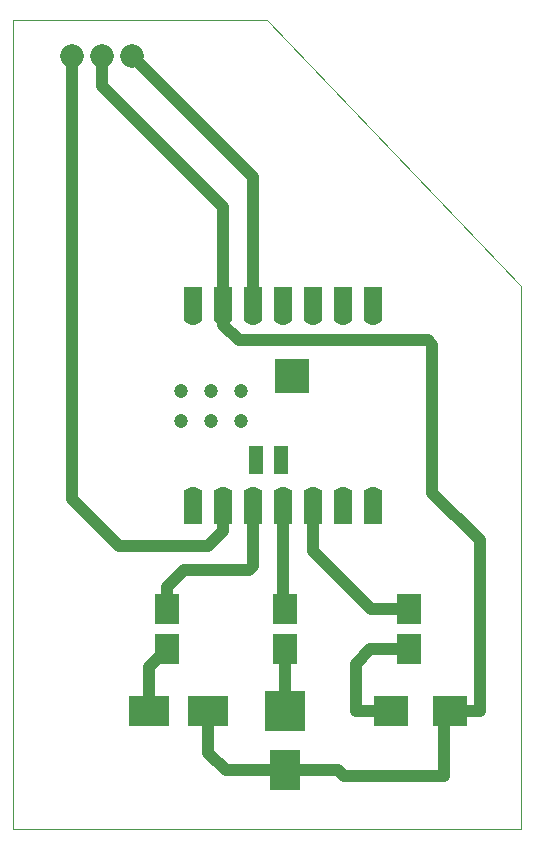
<source format=gbr>
%TF.GenerationSoftware,KiCad,Pcbnew,9.0.7*%
%TF.CreationDate,2026-03-17T19:35:00-05:00*%
%TF.ProjectId,practica,70726163-7469-4636-912e-6b696361645f,rev?*%
%TF.SameCoordinates,Original*%
%TF.FileFunction,Copper,L1,Top*%
%TF.FilePolarity,Positive*%
%FSLAX46Y46*%
G04 Gerber Fmt 4.6, Leading zero omitted, Abs format (unit mm)*
G04 Created by KiCad (PCBNEW 9.0.7) date 2026-03-17 19:35:00*
%MOMM*%
%LPD*%
G01*
G04 APERTURE LIST*
G04 Aperture macros list*
%AMFreePoly0*
4,1,33,0.290285,0.956940,0.471397,0.881921,0.634393,0.773010,0.773010,0.634393,0.881921,0.471397,0.956940,0.290285,0.995185,0.098017,0.995185,-0.098017,0.956940,-0.290285,0.881921,-0.471397,0.773010,-0.634393,0.634393,-0.773010,0.471397,-0.881921,0.290285,-0.956940,0.098017,-0.995185,-0.098017,-0.995185,-0.290285,-0.956940,-0.471397,-0.881921,-0.634393,-0.773010,-0.773010,-0.634393,
-0.881921,-0.471397,-0.956940,-0.290285,-0.995185,-0.098017,-0.995185,0.098017,-0.956940,0.290285,-0.881921,0.471397,-0.773010,0.634393,-0.634393,0.773010,-0.471397,0.881921,-0.290285,0.956940,-0.098017,0.995185,0.098017,0.995185,0.290285,0.956940,0.290285,0.956940,$1*%
G04 Aperture macros list end*
%TA.AperFunction,ComponentPad*%
%ADD10C,1.600000*%
%TD*%
%TA.AperFunction,SMDPad,CuDef*%
%ADD11R,1.600000X3.000000*%
%TD*%
%TA.AperFunction,SMDPad,CuDef*%
%ADD12R,1.200000X2.400000*%
%TD*%
%TA.AperFunction,SMDPad,CuDef*%
%ADD13C,1.200000*%
%TD*%
%TA.AperFunction,SMDPad,CuDef*%
%ADD14R,3.000000X3.000000*%
%TD*%
%TA.AperFunction,SMDPad,CuDef*%
%ADD15R,2.000000X2.600000*%
%TD*%
%TA.AperFunction,SMDPad,CuDef*%
%ADD16FreePoly0,90.000000*%
%TD*%
%TA.AperFunction,SMDPad,CuDef*%
%ADD17R,3.500000X3.500000*%
%TD*%
%TA.AperFunction,SMDPad,CuDef*%
%ADD18R,2.600000X3.500000*%
%TD*%
%TA.AperFunction,SMDPad,CuDef*%
%ADD19R,3.000000X2.600000*%
%TD*%
%TA.AperFunction,SMDPad,CuDef*%
%ADD20R,3.500000X2.600000*%
%TD*%
%TA.AperFunction,Conductor*%
%ADD21C,1.000000*%
%TD*%
%TA.AperFunction,Profile*%
%ADD22C,0.050000*%
%TD*%
G04 APERTURE END LIST*
D10*
%TO.P,M1,1,D0*%
%TO.N,unconnected-(M1-D0-Pad1)*%
X128260000Y-101235000D03*
D11*
%TO.N,unconnected-(M1-D0-Pad1)_1*%
X128260000Y-102235000D03*
D10*
%TO.P,M1,2,D1*%
%TO.N,Net-(M1-D1)*%
X130800000Y-101235000D03*
D11*
X130800000Y-102235000D03*
D10*
%TO.P,M1,3,D2*%
%TO.N,Net-(D1-A)*%
X133340000Y-101235000D03*
D11*
X133340000Y-102235000D03*
D10*
%TO.P,M1,4,D3*%
%TO.N,Net-(D2-A)*%
X135880000Y-101235000D03*
D11*
X135880000Y-102235000D03*
D10*
%TO.P,M1,5,D4*%
%TO.N,Net-(D3-A)*%
X138420000Y-101235000D03*
D11*
X138420000Y-102235000D03*
D10*
%TO.P,M1,6,D5*%
%TO.N,unconnected-(M1-D5-Pad6)*%
X140960000Y-101235000D03*
D11*
%TO.N,unconnected-(M1-D5-Pad6)_1*%
X140960000Y-102235000D03*
D10*
%TO.P,M1,7,D6*%
%TO.N,unconnected-(M1-D6-Pad7)_1*%
X143500000Y-101235000D03*
D11*
%TO.N,unconnected-(M1-D6-Pad7)*%
X143500000Y-102235000D03*
D10*
%TO.P,M1,8,D7*%
%TO.N,unconnected-(M1-D7-Pad8)*%
X143500000Y-86000000D03*
D11*
%TO.N,unconnected-(M1-D7-Pad8)_1*%
X143500000Y-85000000D03*
D10*
%TO.P,M1,9,D8*%
%TO.N,unconnected-(M1-D8-Pad9)_1*%
X140960000Y-86000000D03*
D11*
%TO.N,unconnected-(M1-D8-Pad9)*%
X140960000Y-85000000D03*
D10*
%TO.P,M1,10,D9*%
%TO.N,unconnected-(M1-D9-Pad10)*%
X138420000Y-86000000D03*
D11*
%TO.N,unconnected-(M1-D9-Pad10)_1*%
X138420000Y-85000000D03*
D10*
%TO.P,M1,11,D10*%
%TO.N,unconnected-(M1-D10-Pad11)*%
X135880000Y-86000000D03*
D11*
%TO.N,unconnected-(M1-D10-Pad11)_1*%
X135880000Y-85000000D03*
D10*
%TO.P,M1,12,3V3*%
%TO.N,Net-(M1-3V3)*%
X133340000Y-86000000D03*
D11*
X133340000Y-85000000D03*
D10*
%TO.P,M1,13,GND*%
%TO.N,Net-(J1-Pad2)*%
X130800000Y-86000000D03*
D11*
X130800000Y-85000000D03*
D10*
%TO.P,M1,14,5V*%
%TO.N,unconnected-(M1-5V-Pad14)_1*%
X128260000Y-86000000D03*
D11*
%TO.N,unconnected-(M1-5V-Pad14)*%
X128260000Y-85000000D03*
D12*
%TO.P,M1,15,BAT_GND*%
%TO.N,unconnected-(M1-BAT_GND-Pad15)*%
X133580000Y-98220000D03*
%TO.P,M1,16,BAT_VIN*%
%TO.N,unconnected-(M1-BAT_VIN-Pad16)*%
X135680000Y-98220000D03*
D13*
%TO.P,M1,17,MTDI*%
%TO.N,unconnected-(M1-MTDI-Pad17)*%
X127200000Y-94890000D03*
%TO.P,M1,18,EN*%
%TO.N,unconnected-(M1-EN-Pad18)*%
X129740000Y-94890000D03*
%TO.P,M1,19,MTMS*%
%TO.N,unconnected-(M1-MTMS-Pad19)*%
X132280000Y-94890000D03*
%TO.P,M1,20,MTCK*%
%TO.N,unconnected-(M1-MTCK-Pad20)*%
X132280000Y-92350000D03*
%TO.P,M1,21,GND*%
%TO.N,unconnected-(M1-GND-Pad21)*%
X129740000Y-92350000D03*
%TO.P,M1,22,MTDO*%
%TO.N,unconnected-(M1-MTDO-Pad22)*%
X127200000Y-92350000D03*
D14*
%TO.P,M1,23,THERMAL*%
%TO.N,unconnected-(M1-THERMAL-Pad23)*%
X136630000Y-91120000D03*
%TD*%
D15*
%TO.P,D2,1,K*%
%TO.N,Net-(D2-K)*%
X136000000Y-114240000D03*
%TO.P,D2,2,A*%
%TO.N,Net-(D2-A)*%
X136000000Y-110840000D03*
%TD*%
%TO.P,D3,1,K*%
%TO.N,Net-(D3-K)*%
X146500000Y-114240000D03*
%TO.P,D3,2,A*%
%TO.N,Net-(D3-A)*%
X146500000Y-110840000D03*
%TD*%
D16*
%TO.P,J1,1*%
%TO.N,Net-(M1-D1)*%
X118000000Y-64000000D03*
%TO.P,J1,2*%
%TO.N,Net-(J1-Pad2)*%
X120540000Y-64000000D03*
%TO.P,J1,3*%
%TO.N,Net-(M1-3V3)*%
X123080000Y-64000000D03*
%TD*%
D15*
%TO.P,D1,1,K*%
%TO.N,Net-(D1-K)*%
X126000000Y-114240000D03*
%TO.P,D1,2,A*%
%TO.N,Net-(D1-A)*%
X126000000Y-110840000D03*
%TD*%
D17*
%TO.P,R2,1*%
%TO.N,Net-(D2-K)*%
X136000000Y-119500000D03*
D18*
%TO.P,R2,2*%
%TO.N,Net-(J1-Pad2)*%
X136000000Y-124500000D03*
%TD*%
D19*
%TO.P,R3,1*%
%TO.N,Net-(D3-K)*%
X145000000Y-119500000D03*
%TO.P,R3,2*%
%TO.N,Net-(J1-Pad2)*%
X150000000Y-119500000D03*
%TD*%
D20*
%TO.P,R1,1*%
%TO.N,Net-(D1-K)*%
X124500000Y-119500000D03*
%TO.P,R1,2*%
%TO.N,Net-(J1-Pad2)*%
X129500000Y-119500000D03*
%TD*%
D21*
%TO.N,Net-(D1-K)*%
X124500000Y-115740000D02*
X126000000Y-114240000D01*
X124500000Y-119500000D02*
X124500000Y-115740000D01*
%TO.N,Net-(D1-A)*%
X127500000Y-107500000D02*
X126000000Y-109000000D01*
X133340000Y-107160000D02*
X133000000Y-107500000D01*
X133340000Y-101235000D02*
X133340000Y-107160000D01*
X126000000Y-109000000D02*
X126000000Y-110840000D01*
X133000000Y-107500000D02*
X127500000Y-107500000D01*
%TO.N,Net-(D2-K)*%
X136000000Y-118000000D02*
X136500000Y-118500000D01*
X136000000Y-114240000D02*
X136000000Y-118000000D01*
%TO.N,Net-(D2-A)*%
X135880000Y-110720000D02*
X136000000Y-110840000D01*
X135880000Y-101235000D02*
X135880000Y-110720000D01*
%TO.N,Net-(D3-A)*%
X143340000Y-110840000D02*
X146500000Y-110840000D01*
X138420000Y-101235000D02*
X138420000Y-105920000D01*
X138420000Y-105920000D02*
X143340000Y-110840000D01*
%TO.N,Net-(D3-K)*%
X143260000Y-114240000D02*
X142000000Y-115500000D01*
X142000000Y-119500000D02*
X144500000Y-119500000D01*
X142000000Y-115500000D02*
X142000000Y-119500000D01*
X146500000Y-114240000D02*
X143260000Y-114240000D01*
%TO.N,Net-(M1-3V3)*%
X133340000Y-86000000D02*
X133340000Y-74260000D01*
X133340000Y-74260000D02*
X123080000Y-64000000D01*
%TO.N,Net-(M1-D1)*%
X122000000Y-105500000D02*
X129500000Y-105500000D01*
X129500000Y-105500000D02*
X130800000Y-104200000D01*
X130800000Y-104200000D02*
X130800000Y-101235000D01*
X118000000Y-64000000D02*
X118000000Y-101500000D01*
X118000000Y-101500000D02*
X122000000Y-105500000D01*
%TO.N,Net-(J1-Pad2)*%
X149500000Y-119500000D02*
X152500000Y-119500000D01*
X140500000Y-124500000D02*
X141000000Y-125000000D01*
X148500000Y-101000000D02*
X148500000Y-88500000D01*
X129500000Y-123000000D02*
X131000000Y-124500000D01*
X149500000Y-125000000D02*
X149500000Y-119500000D01*
X152500000Y-119500000D02*
X152500000Y-105000000D01*
X131000000Y-124500000D02*
X140500000Y-124500000D01*
X129500000Y-119500000D02*
X129500000Y-123000000D01*
X132101000Y-88101000D02*
X130800000Y-86800000D01*
X152500000Y-105000000D02*
X148500000Y-101000000D01*
X130800000Y-86800000D02*
X130800000Y-86000000D01*
X148101000Y-88101000D02*
X132101000Y-88101000D01*
X120540000Y-64000000D02*
X120540000Y-66540000D01*
X148500000Y-88500000D02*
X148101000Y-88101000D01*
X130800000Y-76800000D02*
X130800000Y-86000000D01*
X141000000Y-125000000D02*
X149500000Y-125000000D01*
X120540000Y-66540000D02*
X130800000Y-76800000D01*
%TD*%
D22*
X156000000Y-83500000D02*
X156000000Y-129500000D01*
X113000000Y-129500000D01*
X113000000Y-61000000D01*
X134500000Y-61000000D01*
X156000000Y-83500000D01*
M02*

</source>
